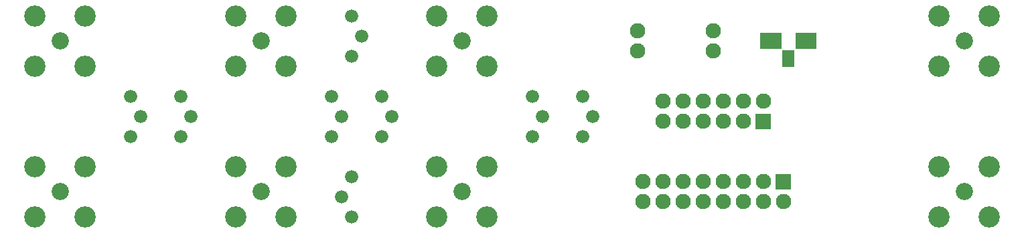
<source format=gbr>
G04 start of page 6 for group -4063 idx -4063 *
G04 Title: (unknown), componentmask *
G04 Creator: pcb 20140316 *
G04 CreationDate: Tue 28 Aug 2018 05:55:18 PM GMT UTC *
G04 For: thomasc *
G04 Format: Gerber/RS-274X *
G04 PCB-Dimensions (mil): 5000.00 1250.00 *
G04 PCB-Coordinate-Origin: lower left *
%MOIN*%
%FSLAX25Y25*%
%LNTOPMASK*%
%ADD50R,0.0600X0.0600*%
%ADD49R,0.0800X0.0800*%
%ADD48C,0.0001*%
%ADD47C,0.0760*%
%ADD46C,0.1060*%
%ADD45C,0.0860*%
%ADD44C,0.0660*%
G54D44*X260000Y72500D03*
Y52500D03*
X265000Y62500D03*
X285000Y72500D03*
Y52500D03*
X290000Y62500D03*
G54D45*X225000Y100000D03*
G54D46*X237500Y112500D03*
Y87500D03*
G54D45*X225000Y25000D03*
G54D46*X237500Y37500D03*
Y12500D03*
G54D47*X385000Y20000D03*
G54D48*G36*
X381200Y33800D02*Y26200D01*
X388800D01*
Y33800D01*
X381200D01*
G37*
G54D47*X375000Y20000D03*
Y30000D03*
X365000Y20000D03*
Y30000D03*
X355000Y20000D03*
Y30000D03*
X345000Y20000D03*
X375000Y70000D03*
X365000D03*
Y60000D03*
G54D48*G36*
X371200Y63800D02*Y56200D01*
X378800D01*
Y63800D01*
X371200D01*
G37*
G54D47*X355000Y60000D03*
X345000D03*
Y30000D03*
X350000Y95000D03*
Y105000D03*
X355000Y70000D03*
X345000D03*
X335000Y20000D03*
X325000D03*
X315000D03*
X335000Y30000D03*
X325000D03*
X315000D03*
X312500Y95000D03*
Y105000D03*
X335000Y70000D03*
X325000D03*
Y60000D03*
X335000D03*
G54D45*X475000Y100000D03*
G54D46*X462500Y112500D03*
X487500D03*
Y87500D03*
X462500D03*
G54D45*X475000Y25000D03*
G54D46*X462500Y37500D03*
Y12500D03*
X487500Y37500D03*
Y12500D03*
G54D44*X60000Y72500D03*
Y52500D03*
X65000Y62500D03*
X85000Y72500D03*
Y52500D03*
X90000Y62500D03*
G54D45*X25000Y100000D03*
Y25000D03*
G54D46*X12500Y112500D03*
X37500D03*
Y87500D03*
Y37500D03*
Y12500D03*
X12500Y87500D03*
Y37500D03*
Y12500D03*
G54D44*X160000Y72500D03*
Y52500D03*
X165000Y62500D03*
X185000Y72500D03*
Y52500D03*
X190000Y62500D03*
X170000Y112500D03*
Y92500D03*
G54D46*X212500Y112500D03*
Y87500D03*
G54D44*X175000Y102500D03*
G54D45*X125000Y100000D03*
G54D46*X112500Y112500D03*
X137500D03*
Y87500D03*
X112500D03*
G54D44*X170000Y12500D03*
Y32500D03*
X165000Y22500D03*
G54D46*X212500Y12500D03*
G54D45*X125000Y25000D03*
G54D46*X137500Y12500D03*
X112500D03*
Y37500D03*
X137500D03*
X212500D03*
G54D49*X377500Y100000D02*X380000D01*
X395000D02*X397500D01*
G54D50*X387500Y92500D02*Y90000D01*
M02*

</source>
